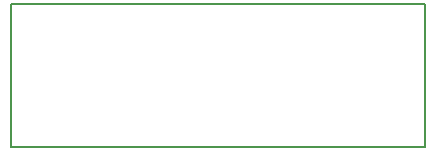
<source format=gbr>
G04 #@! TF.FileFunction,Profile,NP*
%FSLAX46Y46*%
G04 Gerber Fmt 4.6, Leading zero omitted, Abs format (unit mm)*
G04 Created by KiCad (PCBNEW 4.0.0~rc1a-stable) date Sat 16 Jan 2016 09:07:18 PM JST*
%MOMM*%
G01*
G04 APERTURE LIST*
%ADD10C,0.100000*%
%ADD11C,0.150000*%
G04 APERTURE END LIST*
D10*
D11*
X6552000Y-6030000D02*
X-28448000Y-6030000D01*
X6552000Y6030000D02*
X6552000Y-6030000D01*
X-28448000Y6030000D02*
X6552000Y6030000D01*
X-28448000Y-6030000D02*
X-28448000Y6030000D01*
M02*

</source>
